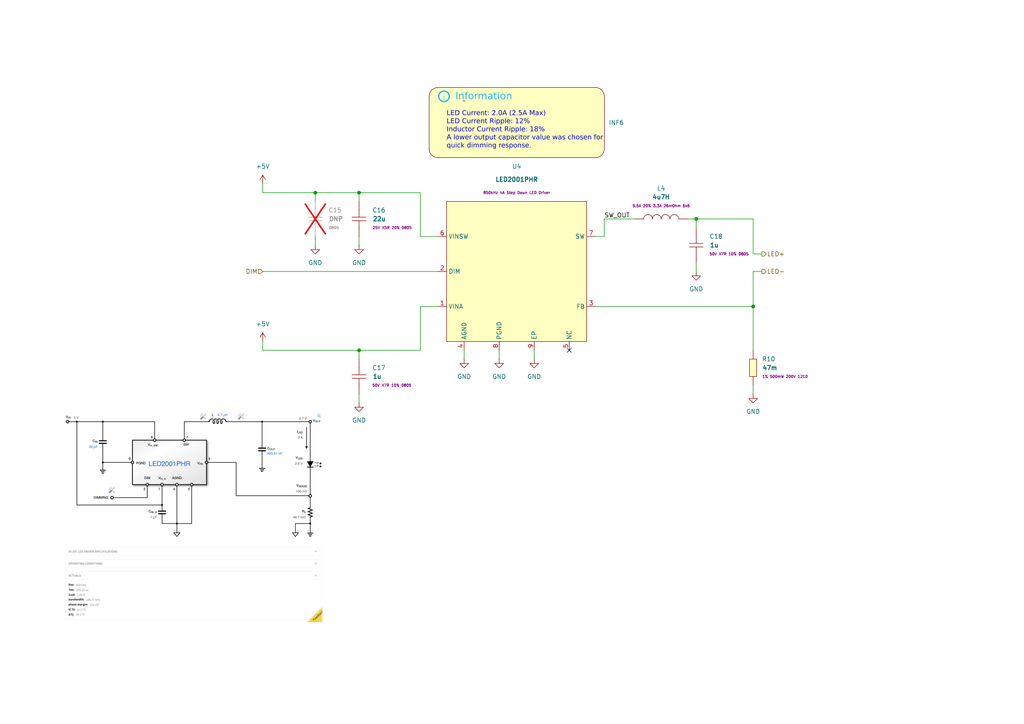
<source format=kicad_sch>
(kicad_sch (version 20231120) (generator "eeschema") (generator_version "8.0")
  (paper "A4")
  (title_block (date "2024-08-26") (rev "A") (company "LiveAstra Technologies"))
  (lib_symbols
    (symbol "LiveAstra:C_1uF_X7R_0805" (pin_numbers hide) (pin_names hide)
      (property "Reference" "C" (at 0 8.89 0))
      (property "Value" "1u" (at 0 6.35 0))
      (property "Extra Values" "50V X7R 10% 0805" (at 0 3.81 0))
      (symbol "C_1uF_X7R_0805_0_1"
        (polyline (pts (xy -2.54 0) (xy -0.51 0)))
        (polyline (pts (xy -0.51 2.03) (xy -0.51 -2.03)))
        (polyline (pts (xy 0.51 0) (xy 2.54 0)))
        (polyline (pts (xy 0.51 2.03) (xy 0.51 -2.03)))
      )
      (symbol "C_1uF_X7R_0805_1_1"
        (pin passive line (at -5.08 0 0) (length 2.54) (name "1") (number "1"))
        (pin passive line (at 5.08 0 180) (length 2.54) (name "2") (number "2"))
      )
    )
    (symbol "LiveAstra:C_22uF_X5R_0805" (pin_numbers hide) (pin_names hide)
      (property "Reference" "C" (at 0 8.89 0))
      (property "Value" "22u" (at 0 6.35 0))
      (property "Extra Values" "25V X5R 20% 0805" (at 0 3.81 0))
      (symbol "C_22uF_X5R_0805_0_1"
        (polyline (pts (xy -0.51 -2.03) (xy -0.51 2.03)))
        (polyline (pts (xy -0.51 0) (xy -2.54 0)))
        (polyline (pts (xy 0.51 2.03) (xy 0.51 -2.03)))
        (polyline (pts (xy 2.54 0) (xy 0.51 0)))
      )
      (symbol "C_22uF_X5R_0805_1_1"
        (pin passive line (at -5.08 0 0) (length 2.54) (name "1") (number "1"))
        (pin passive line (at 5.08 0 180) (length 2.54) (name "2") (number "2"))
      )
    )
    (symbol "LiveAstra:C_DNP_0805" (pin_numbers hide) (pin_names hide) (in_bom no)
      (property "Reference" "C" (at 0 8.89 0))
      (property "Value" "DNP" (at 0 6.35 0))
      (property "Extra Values" "0805" (at 0 3.81 0))
      (symbol "C_DNP_0805_0_1"
        (polyline (pts (xy -2.54 0) (xy -0.51 0)))
        (polyline (pts (xy -0.51 2.03) (xy -0.51 -2.03)))
        (polyline (pts (xy 0.51 0) (xy 2.54 0)))
        (polyline (pts (xy 0.51 2.03) (xy 0.51 -2.03)))
      )
      (symbol "C_DNP_0805_1_1"
        (pin passive line (at -5.08 0 0) (length 2.54) (name "1") (number "1"))
        (pin passive line (at 5.08 0 180) (length 2.54) (name "2") (number "2"))
      )
    )
    (symbol "LiveAstra:Information_Box_XL" (pin_numbers hide) (pin_names (offset 0) hide) (exclude_from_sim yes) (in_bom no) (on_board no)
      (property "Reference" "INF" (at 0 10.16 0))
      (symbol "Information_Box_XL_1_1"
        (arc (start -25.3998 -10.1598) (mid -24.6559 -11.9559) (end -22.8598 -12.6998) (fill (type background)))
        (rectangle (start -25.4 5.08) (end 25.4 -10.16) (stroke (width -0.0001)) (fill (type background)))
        (arc (start -22.86 7.62) (mid -24.6561 6.8761) (end -25.4 5.08) (fill (type background)))
        (rectangle (start -22.86 7.62) (end 22.86 -12.7) (stroke (width -0.0001)) (fill (type background)))
        (rectangle (start -22.86 7.62) (end 22.86 -7.62) (stroke (width -0.0001)) (fill (type background)))
        (circle (center -21.082 5.08) (radius 1.524) (stroke (width 0.381) (color 41 182 246 1)))
        (polyline (pts (xy -25.4 5.08) (xy -25.4 -10.16)))
        (polyline (pts (xy -22.86 -12.7) (xy 22.86 -12.7)))
        (polyline (pts (xy 22.86 7.62) (xy -22.86 7.62)))
        (polyline (pts (xy 25.4 -10.16) (xy 25.4 5.08)))
        (arc (start 22.86 -12.7) (mid 24.6561 -11.9561) (end 25.4 -10.16) (fill (type background)))
        (arc (start 25.4 5.08) (mid 24.6561 6.8761) (end 22.86 7.62) (fill (type background)))
        (text "i" (at -21.0726 4.8456 0) (effects (font (size 1.27 1.27))))
        (text "Information" (at -17.78 5.08 0) (effects (font (size 2.032 2.032)) (justify left)))
      )
    )
    (symbol "LiveAstra:L_4u7_5A_SWPA6045S4R7MT" (pin_numbers hide) (pin_names hide)
      (property "Reference" "L" (at 0 7.62 0))
      (property "Value" "4u7H" (at 0 5.08 0))
      (property "Extra Values" "5.5A 20% 3.3A 26mOhm 6x6" (at 0 2.54 0))
      (symbol "L_4u7_5A_SWPA6045S4R7MT_0_1"
        (arc (start -2.54 0) (mid -3.81 1.27) (end -5.08 0))
        (arc (start 0 0) (mid -1.27 1.27) (end -2.54 0))
        (arc (start 2.54 0) (mid 1.27 1.27) (end 0 0))
        (arc (start 5.08 0) (mid 3.81 1.27) (end 2.54 0))
      )
      (symbol "L_4u7_5A_SWPA6045S4R7MT_1_1"
        (pin passive line (at -7.62 0 0) (length 2.54) (name "1") (number "1"))
        (pin passive line (at 7.62 0 180) (length 2.54) (name "2") (number "2"))
      )
    )
    (symbol "LiveAstra:R_47mOhm_1210_500mW" (pin_numbers hide) (pin_names hide)
      (property "Reference" "R" (at 0 7.62 0))
      (property "Value" "47m" (at 0 5.08 0))
      (property "Extra Values" "1% 500mW 200V 1210" (at 0 2.54 0))
      (symbol "R_47mOhm_1210_500mW_0_1"
        (rectangle (start -2.54 1.02) (end 2.54 -1.02) (fill (type background)))
      )
      (symbol "R_47mOhm_1210_500mW_1_1"
        (pin passive line (at -5.08 0 0) (length 2.54) (name "1") (number "1"))
        (pin passive line (at 5.08 0 180) (length 2.54) (name "2") (number "2"))
      )
    )
    (symbol "LiveAstra:U_LED2001PHR_LED_Driver"
      (property "Reference" "U" (at 0 30.48 0))
      (property "Value" "LED2001PHR" (at 0 26.67 0))
      (property "Extra Values" "850kHz 4A Step Down LED Driver" (at 0 22.86 0))
      (symbol "U_LED2001PHR_LED_Driver_1_1"
        (rectangle (start -20.32 20.32) (end 20.32 -20.32) (fill (type background)))
        (pin power_in line (at -22.86 -10.16 0) (length 2.54) (name "VINA") (number "1"))
        (pin input line (at -22.86 0 0) (length 2.54) (name "DIM") (number "2"))
        (pin input line (at 22.86 -10.16 180) (length 2.54) (name "FB") (number "3"))
        (pin power_in line (at -15.24 -22.86 90) (length 2.54) (name "AGND") (number "4"))
        (pin passive line (at 15.24 -22.86 90) (length 2.54) (name "NC") (number "5"))
        (pin power_in line (at -22.86 10.16 0) (length 2.54) (name "VINSW") (number "6"))
        (pin power_out line (at 22.86 10.16 180) (length 2.54) (name "SW") (number "7"))
        (pin power_in line (at -5.08 -22.86 90) (length 2.54) (name "PGND") (number "8"))
        (pin passive line (at 5.08 -22.86 90) (length 2.54) (name "EP") (number "9"))
      )
    )
    (symbol "power:+5V" (power) (pin_numbers hide) (pin_names (offset 0) hide)
      (property "Value" "+5V" (at 0 3.556 0))
      (symbol "+5V_0_1"
        (polyline (pts (xy -0.762 1.27) (xy 0 2.54)))
        (polyline (pts (xy 0 0) (xy 0 2.54)))
        (polyline (pts (xy 0 2.54) (xy 0.762 1.27)))
      )
      (symbol "+5V_1_1"
        (pin power_in line (at 0 0 90) (length 0) (name "~") (number "1"))
      )
    )
    (symbol "power:GND" (power) (pin_numbers hide) (pin_names (offset 0) hide)
      (property "Value" "GND" (at 0 -3.81 0))
      (symbol "GND_0_1"
        (polyline (pts (xy 0 0) (xy 0 -1.27) (xy 1.27 -1.27) (xy 0 -2.54) (xy -1.27 -1.27) (xy 0 -1.27)))
      )
      (symbol "GND_1_1"
        (pin power_in line (at 0 0 270) (length 0) (name "~") (number "1"))
      )
    )
  )
  (junction (at 104.14 55.88))
  (junction (at 104.14 101.6))
  (junction (at 201.93 63.5))
  (junction (at 218.44 88.9))
  (junction (at 91.44 55.88))
  (no_connect (at 165.1 101.6))
  (wire (pts (xy 104.14 55.88) (xy 121.92 55.88)))
  (wire (pts (xy 76.2 55.88) (xy 76.2 53.34)))
  (wire (pts (xy 199.39 63.5) (xy 201.93 63.5)))
  (wire (pts (xy 91.44 71.12) (xy 91.44 68.58)))
  (wire (pts (xy 76.2 99.06) (xy 76.2 101.6)))
  (wire (pts (xy 76.2 55.88) (xy 91.44 55.88)))
  (wire (pts (xy 172.72 88.9) (xy 218.44 88.9)))
  (wire (pts (xy 134.62 104.14) (xy 134.62 101.6)))
  (wire (pts (xy 154.94 101.6) (xy 154.94 104.14)))
  (wire (pts (xy 218.44 78.74) (xy 220.98 78.74)))
  (wire (pts (xy 76.2 101.6) (xy 104.14 101.6)))
  (wire (pts (xy 218.44 111.76) (xy 218.44 114.3)))
  (wire (pts (xy 144.78 101.6) (xy 144.78 104.14)))
  (wire (pts (xy 91.44 55.88) (xy 104.14 55.88)))
  (wire (pts (xy 104.14 101.6) (xy 104.14 104.14)))
  (wire (pts (xy 121.92 101.6) (xy 121.92 88.9)))
  (wire (pts (xy 201.93 63.5) (xy 218.44 63.5)))
  (wire (pts (xy 218.44 88.9) (xy 218.44 101.6)))
  (wire (pts (xy 218.44 78.74) (xy 218.44 88.9)))
  (wire (pts (xy 91.44 55.88) (xy 91.44 58.42)))
  (wire (pts (xy 121.92 55.88) (xy 121.92 68.58)))
  (wire (pts (xy 121.92 68.58) (xy 127 68.58)))
  (wire (pts (xy 104.14 55.88) (xy 104.14 58.42)))
  (wire (pts (xy 76.2 78.74) (xy 127 78.74)))
  (wire (pts (xy 121.92 88.9) (xy 127 88.9)))
  (wire (pts (xy 175.26 63.5) (xy 184.15 63.5)))
  (wire (pts (xy 175.26 68.58) (xy 172.72 68.58)))
  (wire (pts (xy 104.14 71.12) (xy 104.14 68.58)))
  (wire (pts (xy 104.14 116.84) (xy 104.14 114.3)))
  (wire (pts (xy 201.93 78.74) (xy 201.93 76.2)))
  (wire (pts (xy 104.14 101.6) (xy 121.92 101.6)))
  (wire (pts (xy 218.44 63.5) (xy 218.44 73.66)))
  (wire (pts (xy 201.93 63.5) (xy 201.93 66.04)))
  (wire (pts (xy 218.44 73.66) (xy 220.98 73.66)))
  (wire (pts (xy 175.26 63.5) (xy 175.26 68.58)))
  (image (at 55.88 149.86) (scale 0.180395))
  (text "LED Current: 2.0A (2.5A Max)\nLED Current Ripple: 12%\nInductor Current Ripple: 18%\nA lower output capacitor value was chosen for \nquick dimming response." (at 129.54 38.1 0) (effects (font (size 1.397 1.397)) (justify left)))
  (label "SW_OUT" (at 175.26 63.5 0))
  (hierarchical_label "DIM" (shape input) (at 76.2 78.74 180))
  (hierarchical_label "LED+" (shape output) (at 220.98 73.66 0))
  (hierarchical_label "LED-" (shape output) (at 220.98 78.74 0))
  (symbol (lib_id "power:GND") (at 201.93 78.74 0) (unit 1)
    (property "Reference" "#PWR044" (effects (hide yes)))
    (property "Value" "GND" (at 201.93 83.82 0))
    (property "Description" "Power symbol creates a global label with name \"GND\" , ground" (effects (hide yes)))
  )
  (symbol (lib_id "power:+5V") (at 76.2 99.06 0) (unit 1)
    (property "Reference" "#PWR037" (effects (hide yes)))
    (property "Value" "+5V" (at 76.2 93.98 0))
    (property "Description" "Power symbol creates a global label with name \"+5V\"" (effects (hide yes)))
  )
  (symbol (lib_id "power:+5V") (at 76.2 53.34 0) (unit 1)
    (property "Reference" "#PWR036" (effects (hide yes)))
    (property "Value" "+5V" (at 76.2 48.26 0))
    (property "Description" "Power symbol creates a global label with name \"+5V\"" (effects (hide yes)))
  )
  (symbol (lib_id "LiveAstra:U_LED2001PHR_LED_Driver") (at 149.86 78.74 0) (unit 1)
    (property "Reference" "U4" (at 149.86 48.26 0))
    (property "Value" "LED2001PHR" (at 149.86 52.07 0) (effects (font (bold yes))))
    (property "Footprint" "LiveAstra:U_LED2001PHR_HSOP8" (effects (hide yes)))
    (property "Datasheet" "https://www.lcsc.com/product-detail/span-style-background-color-ff0-LED-span-Drivers_STMicroelectronics-LED2001PHR_C2678918.html" (effects (hide yes)))
    (property "Description" "850kHz PWM Step-down 1 DC-DCVoltage Stabilizer 4A 3V~18V SOIC-8 LED Drivers ROHS" (effects (hide yes)))
    (property "LCSC Part" "C2678918" (effects (hide yes)))
    (property "MPN" "LED2001PHR" (effects (hide yes)))
    (property "MFN" "STMicroelectronics" (effects (hide yes)))
    (property "Extra Values" "850kHz 4A Step Down LED Driver" (at 149.86 55.88 0) (effects (font (size 0.762 0.762) (bold yes))))
  )
  (symbol (lib_id "power:GND") (at 154.94 104.14 0) (unit 1)
    (property "Reference" "#PWR043" (effects (hide yes)))
    (property "Value" "GND" (at 154.94 109.22 0))
    (property "Description" "Power symbol creates a global label with name \"GND\" , ground" (effects (hide yes)))
  )
  (symbol (lib_id "power:GND") (at 104.14 116.84 0) (unit 1)
    (property "Reference" "#PWR040" (effects (hide yes)))
    (property "Value" "GND" (at 104.14 121.92 0))
    (property "Description" "Power symbol creates a global label with name \"GND\" , ground" (effects (hide yes)))
  )
  (symbol (lib_id "LiveAstra:C_DNP_0805") (at 91.44 63.5 90) (unit 1) (in_bom no) (dnp yes)
    (property "Reference" "C15" (at 95.25 60.9599 90) (effects (justify right)))
    (property "Value" "DNP" (at 95.25 63.5 90) (effects (font (bold yes)) (justify right)))
    (property "Footprint" "LiveAstra:C_DNP_0805_2012Metric_Pad1.18x1.45mm_HandSolder" (effects (hide yes)))
    (property "Description" "DNP" (effects (hide yes)))
    (property "Extra Values" "0805" (at 95.25 66.0399 90) (effects (font (size 0.762 0.762) (bold yes)) (justify right)))
  )
  (symbol (lib_id "LiveAstra:C_1uF_X7R_0805") (at 201.93 71.12 90) (unit 1)
    (property "Reference" "C18" (at 205.74 68.58 90) (effects (justify right)))
    (property "Value" "1u" (at 205.74 71.12 90) (effects (font (bold yes)) (justify right)))
    (property "Footprint" "LiveAstra:C_0805_2012Metric_Pad1.18x1.45mm_HandSolder" (effects (hide yes)))
    (property "Datasheet" "https://www.lcsc.com/product-detail/Multilayer-Ceramic-Capacitors-MLCC-SMD-SMT_Samsung-Electro-Mechanics-CL21B105KBFNNNE_C28323.html" (effects (hide yes)))
    (property "Description" "50V 1uF X7R ±10% 0805 Multilayer Ceramic Capacitors MLCC - SMD/SMT ROHS" (effects (hide yes)))
    (property "LCSC Part" "C28323" (effects (hide yes)))
    (property "Extra Values" "50V X7R 10% 0805" (at 205.74 73.66 90) (effects (font (size 0.762 0.762)) (justify right)))
    (property "MPN" "CL21B105KBFNNNE" (effects (hide yes)))
    (property "MFN" "Samsung Electro-Mechanics" (effects (hide yes)))
  )
  (symbol (lib_id "LiveAstra:L_4u7_5A_SWPA6045S4R7MT") (at 191.77 63.5 0) (unit 1)
    (property "Reference" "L4" (at 191.77 54.61 0))
    (property "Value" "4u7H" (at 191.77 57.15 0) (effects (font (bold yes))))
    (property "Footprint" "LiveAstra:L_Sunlord_SWPA6045S" (effects (hide yes)))
    (property "Datasheet" "https://lcsc.com/product-detail/Power-Inductors_4-7uH-20_C78804.html" (effects (hide yes)))
    (property "Description" "3.3A 4.7uH ±20% 5.5A SMD,6x6mm Power Inductors ROHS" (effects (hide yes)))
    (property "LCSC Part" "C78804" (effects (hide yes)))
    (property "MPN" "SWPA6045S4R7MT" (effects (hide yes)))
    (property "MFN" "Sunlord" (effects (hide yes)))
    (property "Extra Values" "5.5A 20% 3.3A 26mOhm 6x6" (at 191.77 59.69 0) (effects (font (size 0.762 0.762) (bold yes))))
  )
  (symbol (lib_id "power:GND") (at 104.14 71.12 0) (unit 1)
    (property "Reference" "#PWR039" (effects (hide yes)))
    (property "Value" "GND" (at 104.14 76.2 0))
    (property "Description" "Power symbol creates a global label with name \"GND\" , ground" (effects (hide yes)))
  )
  (symbol (lib_id "LiveAstra:R_47mOhm_1210_500mW") (at 218.44 106.68 90) (unit 1)
    (property "Reference" "R10" (at 220.98 104.1399 90) (effects (justify right)))
    (property "Value" "47m" (at 220.98 106.68 90) (effects (font (bold yes)) (justify right)))
    (property "Footprint" "LiveAstra:R_1210_3225Metric" (effects (hide yes)))
    (property "Datasheet" "https://lcsc.com/product-detail/Ultra-Low-Resistors-SMD_0-047R-R047-1_C127695.html" (effects (hide yes)))
    (property "Description" "500mW Thick Film Resistors 200V ±1% 47mΩ 1210 Chip Resistor - Surface Mount ROHS" (effects (hide yes)))
    (property "LCSC Part" "C127695" (effects (hide yes)))
    (property "MPN" "1210W2F470MT5E" (effects (hide yes)))
    (property "MFN" "UNI-ROYAL(Uniroyal Elec)" (effects (hide yes)))
    (property "Extra Values" "1% 500mW 200V 1210" (at 220.98 109.2199 90) (effects (font (size 0.762 0.762) (bold yes)) (justify right)))
  )
  (symbol (lib_id "LiveAstra:Information_Box_XL") (at 149.86 33.02 0) (unit 1) (exclude_from_sim yes) (in_bom no) (on_board no)
    (property "Reference" "INF6" (at 176.53 35.5599 0) (effects (justify left)))
    (property "Value" "~" (at 134.62 29.21 0))
  )
  (symbol (lib_id "power:GND") (at 144.78 104.14 0) (unit 1)
    (property "Reference" "#PWR042" (effects (hide yes)))
    (property "Value" "GND" (at 144.78 109.22 0))
    (property "Description" "Power symbol creates a global label with name \"GND\" , ground" (effects (hide yes)))
  )
  (symbol (lib_id "power:GND") (at 218.44 114.3 0) (unit 1)
    (property "Reference" "#PWR045" (effects (hide yes)))
    (property "Value" "GND" (at 218.44 119.38 0))
    (property "Description" "Power symbol creates a global label with name \"GND\" , ground" (effects (hide yes)))
  )
  (symbol (lib_id "LiveAstra:C_1uF_X7R_0805") (at 104.14 109.22 90) (unit 1)
    (property "Reference" "C17" (at 107.95 106.68 90) (effects (justify right)))
    (property "Value" "1u" (at 107.95 109.22 90) (effects (font (bold yes)) (justify right)))
    (property "Footprint" "LiveAstra:C_0805_2012Metric_Pad1.18x1.45mm_HandSolder" (effects (hide yes)))
    (property "Datasheet" "https://www.lcsc.com/product-detail/Multilayer-Ceramic-Capacitors-MLCC-SMD-SMT_Samsung-Electro-Mechanics-CL21B105KBFNNNE_C28323.html" (effects (hide yes)))
    (property "Description" "50V 1uF X7R ±10% 0805 Multilayer Ceramic Capacitors MLCC - SMD/SMT ROHS" (effects (hide yes)))
    (property "LCSC Part" "C28323" (effects (hide yes)))
    (property "Extra Values" "50V X7R 10% 0805" (at 107.95 111.76 90) (effects (font (size 0.762 0.762)) (justify right)))
    (property "MPN" "CL21B105KBFNNNE" (effects (hide yes)))
    (property "MFN" "Samsung Electro-Mechanics" (effects (hide yes)))
  )
  (symbol (lib_id "LiveAstra:C_22uF_X5R_0805") (at 104.14 63.5 90) (unit 1)
    (property "Reference" "C16" (at 107.95 60.9599 90) (effects (justify right)))
    (property "Value" "22u" (at 107.95 63.5 90) (effects (font (bold yes)) (justify right)))
    (property "Footprint" "LiveAstra:C_0805_2012Metric_Pad1.18x1.45mm_HandSolder" (effects (hide yes)))
    (property "Datasheet" "https://lcsc.com/product-detail/Multilayer-Ceramic-Capacitors-MLCC-SMD-SMT_SAMSUNG_CL21A226MAQNNNE_22uF-226-20-25V_C45783.html" (effects (hide yes)))
    (property "Description" "25V 22uF X5R ±20% 0805 Multilayer Ceramic Capacitors MLCC - SMD/SMT ROHS" (effects (hide yes)))
    (property "LCSC Part" "C45783" (effects (hide yes)))
    (property "MPN" "CL21A226MAQNNNE" (effects (hide yes)))
    (property "MFN" "Samsung Electro-Mechanics " (effects (hide yes)))
    (property "Extra Values" "25V X5R 20% 0805" (at 107.95 66.0399 90) (effects (font (size 0.762 0.762) (bold yes)) (justify right)))
  )
  (symbol (lib_id "power:GND") (at 134.62 104.14 0) (unit 1)
    (property "Reference" "#PWR041" (effects (hide yes)))
    (property "Value" "GND" (at 134.62 109.22 0))
    (property "Description" "Power symbol creates a global label with name \"GND\" , ground" (effects (hide yes)))
  )
  (symbol (lib_id "power:GND") (at 91.44 71.12 0) (unit 1)
    (property "Reference" "#PWR038" (effects (hide yes)))
    (property "Value" "GND" (at 91.44 76.2 0))
    (property "Description" "Power symbol creates a global label with name \"GND\" , ground" (effects (hide yes)))
  )
)
</source>
